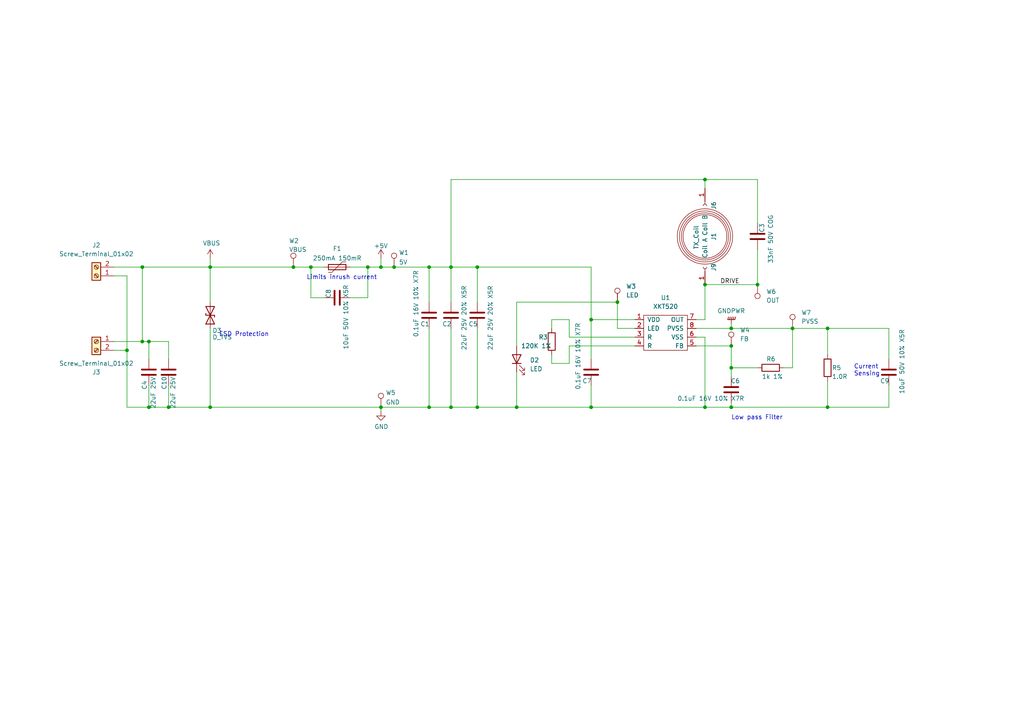
<source format=kicad_sch>
(kicad_sch (version 20231120) (generator "eeschema") (generator_version "8.0")
  (paper "A4")
  (lib_symbols
    (symbol "Connector:Conn_01x01_Female" (pin_names (offset 1.016) hide)
      (property "Reference" "J" (at 0 2.54 0))
      (property "Value" "Conn_01x01_Female" (at 0 -2.54 0))
      (symbol "Conn_01x01_Female_1_1"
        (polyline (pts (xy -1.27 0) (xy -0.508 0)) (stroke (width 0.1524)))
        (arc (start 0 0.508) (mid -0.5058 0) (end 0 -0.508) (stroke (width 0.1524)))
        (pin passive line (at -5.08 0 0) (length 3.81) (name "Pin_1") (number "1"))
      )
    )
    (symbol "Connector:Screw_Terminal_01x02" (pin_names (offset 1.016) hide)
      (property "Reference" "J" (at 0 2.54 0))
      (property "Value" "Screw_Terminal_01x02" (at 0 -5.08 0))
      (symbol "Screw_Terminal_01x02_1_1"
        (rectangle (start -1.27 1.27) (end 1.27 -3.81) (stroke (width 0.254)) (fill (type background)))
        (circle (center 0 -2.54) (radius 0.635) (stroke (width 0.1524)))
        (polyline (pts (xy -0.5334 -2.2098) (xy 0.3302 -3.048)) (stroke (width 0.1524)))
        (polyline (pts (xy -0.5334 0.3302) (xy 0.3302 -0.508)) (stroke (width 0.1524)))
        (polyline (pts (xy -0.3556 -2.032) (xy 0.508 -2.8702)) (stroke (width 0.1524)))
        (polyline (pts (xy -0.3556 0.508) (xy 0.508 -0.3302)) (stroke (width 0.1524)))
        (circle (center 0 0) (radius 0.635) (stroke (width 0.1524)))
        (pin passive line (at -5.08 0 0) (length 3.81) (name "Pin_1") (number "1"))
        (pin passive line (at -5.08 -2.54 0) (length 3.81) (name "Pin_2") (number "2"))
      )
    )
    (symbol "Device:C" (pin_numbers hide) (pin_names (offset 0.254))
      (property "Reference" "C" (at 0.635 2.54 0))
      (property "Value" "C" (at 0.635 -2.54 0))
      (symbol "C_0_1"
        (polyline (pts (xy -2.032 -0.762) (xy 2.032 -0.762)) (stroke (width 0.508)))
        (polyline (pts (xy -2.032 0.762) (xy 2.032 0.762)) (stroke (width 0.508)))
      )
      (symbol "C_1_1"
        (pin passive line (at 0 3.81 270) (length 2.794) (name "~") (number "1"))
        (pin passive line (at 0 -3.81 90) (length 2.794) (name "~") (number "2"))
      )
    )
    (symbol "Device:D_TVS" (pin_numbers hide) (pin_names (offset 1.016) hide)
      (property "Reference" "D" (at 0 2.54 0))
      (property "Value" "D_TVS" (at 0 -2.54 0))
      (symbol "D_TVS_0_1"
        (polyline (pts (xy 1.27 0) (xy -1.27 0)))
        (polyline (pts (xy 0.508 1.27) (xy 0 1.27) (xy 0 -1.27) (xy -0.508 -1.27)) (stroke (width 0.254)))
        (polyline (pts (xy -2.54 1.27) (xy -2.54 -1.27) (xy 2.54 1.27) (xy 2.54 -1.27) (xy -2.54 1.27)) (stroke (width 0.254)))
      )
      (symbol "D_TVS_1_1"
        (pin passive line (at -3.81 0 0) (length 2.54) (name "A1") (number "1"))
        (pin passive line (at 3.81 0 180) (length 2.54) (name "A2") (number "2"))
      )
    )
    (symbol "Device:LED" (pin_numbers hide) (pin_names (offset 1.016) hide)
      (property "Reference" "D" (at 0 2.54 0))
      (property "Value" "LED" (at 0 -2.54 0))
      (symbol "LED_0_1"
        (polyline (pts (xy -1.27 -1.27) (xy -1.27 1.27)) (stroke (width 0.254)))
        (polyline (pts (xy -1.27 0) (xy 1.27 0)))
        (polyline (pts (xy 1.27 -1.27) (xy 1.27 1.27) (xy -1.27 0) (xy 1.27 -1.27)) (stroke (width 0.254)))
        (polyline (pts (xy -3.048 -0.762) (xy -4.572 -2.286) (xy -3.81 -2.286) (xy -4.572 -2.286) (xy -4.572 -1.524)))
        (polyline (pts (xy -1.778 -0.762) (xy -3.302 -2.286) (xy -2.54 -2.286) (xy -3.302 -2.286) (xy -3.302 -1.524)))
      )
      (symbol "LED_1_1"
        (pin passive line (at -3.81 0 0) (length 2.54) (name "K") (number "1"))
        (pin passive line (at 3.81 0 180) (length 2.54) (name "A") (number "2"))
      )
    )
    (symbol "Device:Polyfuse" (pin_numbers hide) (pin_names (offset 0))
      (property "Reference" "F" (at -2.54 0 90))
      (property "Value" "Polyfuse" (at 2.54 0 90))
      (symbol "Polyfuse_0_1"
        (rectangle (start -0.762 2.54) (end 0.762 -2.54) (stroke (width 0.254)))
        (polyline (pts (xy 0 2.54) (xy 0 -2.54)))
        (polyline (pts (xy -1.524 2.54) (xy -1.524 1.524) (xy 1.524 -1.524) (xy 1.524 -2.54)))
      )
      (symbol "Polyfuse_1_1"
        (pin passive line (at 0 3.81 270) (length 1.27) (name "~") (number "1"))
        (pin passive line (at 0 -3.81 90) (length 1.27) (name "~") (number "2"))
      )
    )
    (symbol "Device:R" (pin_numbers hide) (pin_names (offset 0))
      (property "Reference" "R" (at 2.032 0 90))
      (property "Value" "R" (at 0 0 90))
      (symbol "R_0_1"
        (rectangle (start -1.016 -2.54) (end 1.016 2.54) (stroke (width 0.254)))
      )
      (symbol "R_1_1"
        (pin passive line (at 0 3.81 270) (length 1.27) (name "~") (number "1"))
        (pin passive line (at 0 -3.81 90) (length 1.27) (name "~") (number "2"))
      )
    )
    (symbol "Pixels-dice:TEST_1P-conn" (pin_numbers hide) (pin_names (offset 0.762) hide)
      (property "Reference" "W" (at 0 6.858 0))
      (property "Value" "TEST_1P-conn" (at 0 5.08 0))
      (symbol "TEST_1P-conn_0_1"
        (circle (center 0 3.302) (radius 0.762))
      )
      (symbol "TEST_1P-conn_1_1"
        (pin passive line (at 0 0 90) (length 2.54) (name "1") (number "1"))
      )
    )
    (symbol "Pixels-dice:TX_Coil"
      (property "Reference" "J" (at 0 10.16 0))
      (property "Value" "TX_Coil" (at 0 -10.16 0))
      (symbol "TX_Coil_0_1"
        (circle (center 0 0) (radius 6.35))
        (circle (center 0 0) (radius 6.8392))
        (circle (center 0 0) (radius 7.4053))
        (circle (center 0 0) (radius 8.0322))
      )
    )
    (symbol "Pixels-dice:XKT520" (pin_names (offset 1.016))
      (property "Reference" "U" (at 0 6.35 0))
      (property "Value" "XKT520" (at 0 -6.35 0))
      (symbol "XKT520_0_1"
        (rectangle (start -6.35 5.08) (end 6.35 -5.08))
      )
      (symbol "XKT520_1_1"
        (pin power_in line (at -8.89 3.81 0) (length 2.54) (name "VDD") (number "1"))
        (pin output line (at -8.89 1.27 0) (length 2.54) (name "LED") (number "2"))
        (pin passive line (at -8.89 -1.27 0) (length 2.54) (name "R") (number "3"))
        (pin passive line (at -8.89 -3.81 0) (length 2.54) (name "R") (number "4"))
        (pin input line (at 8.89 -3.81 180) (length 2.54) (name "FB") (number "5"))
        (pin power_in line (at 8.89 -1.27 180) (length 2.54) (name "VSS") (number "6"))
        (pin output line (at 8.89 3.81 180) (length 2.54) (name "OUT") (number "7"))
        (pin output line (at 8.89 1.27 180) (length 2.54) (name "PVSS") (number "8"))
      )
    )
    (symbol "power:+5V" (power) (pin_names (offset 0))
      (property "Value" "+5V" (at 0 3.556 0))
      (symbol "+5V_0_1"
        (polyline (pts (xy -0.762 1.27) (xy 0 2.54)))
        (polyline (pts (xy 0 0) (xy 0 2.54)))
        (polyline (pts (xy 0 2.54) (xy 0.762 1.27)))
      )
      (symbol "+5V_1_1"
        (pin power_in line (at 0 0 90) (length 0) hide (name "+5V") (number "1"))
      )
    )
    (symbol "power:GND" (power) (pin_names (offset 0))
      (property "Value" "GND" (at 0 -3.81 0))
      (symbol "GND_0_1"
        (polyline (pts (xy 0 0) (xy 0 -1.27) (xy 1.27 -1.27) (xy 0 -2.54) (xy -1.27 -1.27) (xy 0 -1.27)))
      )
      (symbol "GND_1_1"
        (pin power_in line (at 0 0 270) (length 0) hide (name "GND") (number "1"))
      )
    )
    (symbol "power:GNDPWR" (power) (pin_names (offset 0))
      (property "Value" "GNDPWR" (at 0 -3.302 0))
      (symbol "GNDPWR_0_1"
        (polyline (pts (xy 0 -1.27) (xy 0 0)))
        (polyline (pts (xy -1.016 -1.27) (xy -1.27 -2.032) (xy -1.27 -2.032)) (stroke (width 0.2032)))
        (polyline (pts (xy -0.508 -1.27) (xy -0.762 -2.032) (xy -0.762 -2.032)) (stroke (width 0.2032)))
        (polyline (pts (xy 0 -1.27) (xy -0.254 -2.032) (xy -0.254 -2.032)) (stroke (width 0.2032)))
        (polyline (pts (xy 0.508 -1.27) (xy 0.254 -2.032) (xy 0.254 -2.032)) (stroke (width 0.2032)))
        (polyline (pts (xy 1.016 -1.27) (xy -1.016 -1.27) (xy -1.016 -1.27)) (stroke (width 0.2032)))
        (polyline (pts (xy 1.016 -1.27) (xy 0.762 -2.032) (xy 0.762 -2.032) (xy 0.762 -2.032)) (stroke (width 0.2032)))
      )
      (symbol "GNDPWR_1_1"
        (pin power_in line (at 0 0 270) (length 0) hide (name "GNDPWR") (number "1"))
      )
    )
    (symbol "power:VBUS" (power) (pin_names (offset 0))
      (property "Value" "VBUS" (at 0 3.81 0))
      (symbol "VBUS_0_1"
        (polyline (pts (xy -0.762 1.27) (xy 0 2.54)))
        (polyline (pts (xy 0 0) (xy 0 2.54)))
        (polyline (pts (xy 0 2.54) (xy 0.762 1.27)))
      )
      (symbol "VBUS_1_1"
        (pin power_in line (at 0 0 90) (length 0) hide (name "VBUS") (number "1"))
      )
    )
  )
  (junction (at 171.45 92.71))
  (junction (at 60.96 118.11))
  (junction (at 106.68 77.47))
  (junction (at 204.47 52.07))
  (junction (at 110.49 77.47))
  (junction (at 171.45 118.11))
  (junction (at 130.81 77.47))
  (junction (at 212.09 100.33))
  (junction (at 138.43 77.47))
  (junction (at 219.71 82.55))
  (junction (at 130.81 118.11))
  (junction (at 110.49 118.11))
  (junction (at 124.46 118.11))
  (junction (at 212.09 106.68))
  (junction (at 149.86 118.11))
  (junction (at 43.18 99.06))
  (junction (at 90.17 77.47))
  (junction (at 240.03 95.25))
  (junction (at 60.96 77.47))
  (junction (at 41.275 77.47))
  (junction (at 36.83 101.6))
  (junction (at 114.3 77.47))
  (junction (at 48.895 118.11))
  (junction (at 138.43 118.11))
  (junction (at 179.07 87.63))
  (junction (at 212.09 118.11))
  (junction (at 204.47 82.55))
  (junction (at 124.46 77.47))
  (junction (at 229.87 95.25))
  (junction (at 240.03 118.11))
  (junction (at 212.09 95.25))
  (junction (at 43.18 118.11))
  (junction (at 41.275 99.06))
  (junction (at 204.47 118.11))
  (junction (at 85.09 77.47))
  (wire (pts (xy 165.1 92.71) (xy 160.02 92.71)))
  (wire (pts (xy 227.33 106.68) (xy 229.87 106.68)))
  (wire (pts (xy 212.09 93.98) (xy 212.09 95.25)))
  (wire (pts (xy 165.1 105.41) (xy 160.02 105.41)))
  (wire (pts (xy 204.47 54.61) (xy 204.47 52.07)))
  (wire (pts (xy 219.71 82.55) (xy 204.47 82.55)))
  (wire (pts (xy 33.02 77.47) (xy 41.275 77.47)))
  (wire (pts (xy 212.09 106.68) (xy 212.09 109.22)))
  (wire (pts (xy 43.18 111.76) (xy 43.18 118.11)))
  (wire (pts (xy 240.03 95.25) (xy 257.81 95.25)))
  (wire (pts (xy 43.18 118.11) (xy 48.895 118.11)))
  (wire (pts (xy 204.47 92.71) (xy 201.93 92.71)))
  (wire (pts (xy 212.09 95.25) (xy 229.87 95.25)))
  (wire (pts (xy 212.09 106.68) (xy 219.71 106.68)))
  (wire (pts (xy 165.1 92.71) (xy 165.1 97.79)))
  (wire (pts (xy 201.93 100.33) (xy 212.09 100.33)))
  (wire (pts (xy 179.07 95.25) (xy 179.07 87.63)))
  (wire (pts (xy 90.17 86.36) (xy 90.17 77.47)))
  (wire (pts (xy 33.02 80.01) (xy 36.83 80.01)))
  (wire (pts (xy 41.275 99.06) (xy 43.18 99.06)))
  (wire (pts (xy 149.86 118.11) (xy 171.45 118.11)))
  (wire (pts (xy 33.02 99.06) (xy 41.275 99.06)))
  (wire (pts (xy 257.81 118.11) (xy 240.03 118.11)))
  (wire (pts (xy 130.81 77.47) (xy 138.43 77.47)))
  (wire (pts (xy 48.895 118.11) (xy 60.96 118.11)))
  (wire (pts (xy 138.43 77.47) (xy 171.45 77.47)))
  (wire (pts (xy 219.71 72.39) (xy 219.71 82.55)))
  (wire (pts (xy 219.71 52.07) (xy 204.47 52.07)))
  (wire (pts (xy 110.49 118.11) (xy 110.49 119.38)))
  (wire (pts (xy 110.49 118.11) (xy 124.46 118.11)))
  (wire (pts (xy 165.1 105.41) (xy 165.1 100.33)))
  (wire (pts (xy 219.71 52.07) (xy 219.71 64.77)))
  (wire (pts (xy 60.96 95.25) (xy 60.96 118.11)))
  (wire (pts (xy 60.96 74.93) (xy 60.96 77.47)))
  (wire (pts (xy 60.96 77.47) (xy 60.96 87.63)))
  (wire (pts (xy 130.81 77.47) (xy 130.81 87.63)))
  (wire (pts (xy 138.43 118.11) (xy 149.86 118.11)))
  (wire (pts (xy 257.81 111.76) (xy 257.81 118.11)))
  (wire (pts (xy 43.18 99.06) (xy 43.18 104.14)))
  (wire (pts (xy 229.87 95.25) (xy 240.03 95.25)))
  (wire (pts (xy 204.47 97.79) (xy 204.47 118.11)))
  (wire (pts (xy 101.6 86.36) (xy 106.68 86.36)))
  (wire (pts (xy 130.81 52.07) (xy 130.81 77.47)))
  (wire (pts (xy 85.09 77.47) (xy 90.17 77.47)))
  (wire (pts (xy 106.68 86.36) (xy 106.68 77.47)))
  (wire (pts (xy 204.47 82.55) (xy 204.47 92.71)))
  (wire (pts (xy 36.83 80.01) (xy 36.83 101.6)))
  (wire (pts (xy 240.03 118.11) (xy 212.09 118.11)))
  (wire (pts (xy 60.96 118.11) (xy 110.49 118.11)))
  (wire (pts (xy 171.45 92.71) (xy 171.45 104.14)))
  (wire (pts (xy 48.895 111.76) (xy 48.895 118.11)))
  (wire (pts (xy 48.895 99.06) (xy 48.895 104.14)))
  (wire (pts (xy 212.09 106.68) (xy 212.09 100.33)))
  (wire (pts (xy 179.07 95.25) (xy 184.15 95.25)))
  (wire (pts (xy 106.68 77.47) (xy 110.49 77.47)))
  (wire (pts (xy 124.46 95.25) (xy 124.46 118.11)))
  (wire (pts (xy 90.17 77.47) (xy 93.98 77.47)))
  (wire (pts (xy 138.43 95.25) (xy 138.43 118.11)))
  (wire (pts (xy 124.46 77.47) (xy 130.81 77.47)))
  (wire (pts (xy 171.45 77.47) (xy 171.45 92.71)))
  (wire (pts (xy 130.81 52.07) (xy 204.47 52.07)))
  (wire (pts (xy 130.81 95.25) (xy 130.81 118.11)))
  (wire (pts (xy 229.87 106.68) (xy 229.87 95.25)))
  (wire (pts (xy 149.86 107.95) (xy 149.86 118.11)))
  (wire (pts (xy 160.02 105.41) (xy 160.02 102.87)))
  (wire (pts (xy 110.49 74.93) (xy 110.49 77.47)))
  (wire (pts (xy 171.45 92.71) (xy 184.15 92.71)))
  (wire (pts (xy 171.45 111.76) (xy 171.45 118.11)))
  (wire (pts (xy 160.02 92.71) (xy 160.02 95.25)))
  (wire (pts (xy 138.43 77.47) (xy 138.43 87.63)))
  (wire (pts (xy 149.86 87.63) (xy 149.86 100.33)))
  (wire (pts (xy 240.03 95.25) (xy 240.03 102.87)))
  (wire (pts (xy 114.3 77.47) (xy 124.46 77.47)))
  (wire (pts (xy 33.02 101.6) (xy 36.83 101.6)))
  (wire (pts (xy 101.6 77.47) (xy 106.68 77.47)))
  (wire (pts (xy 165.1 100.33) (xy 184.15 100.33)))
  (wire (pts (xy 201.93 95.25) (xy 212.09 95.25)))
  (wire (pts (xy 240.03 110.49) (xy 240.03 118.11)))
  (wire (pts (xy 257.81 95.25) (xy 257.81 104.14)))
  (wire (pts (xy 130.81 118.11) (xy 138.43 118.11)))
  (wire (pts (xy 43.18 99.06) (xy 48.895 99.06)))
  (wire (pts (xy 110.49 77.47) (xy 114.3 77.47)))
  (wire (pts (xy 41.275 77.47) (xy 60.96 77.47)))
  (wire (pts (xy 124.46 87.63) (xy 124.46 77.47)))
  (wire (pts (xy 204.47 97.79) (xy 201.93 97.79)))
  (wire (pts (xy 36.83 101.6) (xy 36.83 118.11)))
  (wire (pts (xy 204.47 118.11) (xy 212.09 118.11)))
  (wire (pts (xy 149.86 87.63) (xy 179.07 87.63)))
  (wire (pts (xy 212.09 116.84) (xy 212.09 118.11)))
  (wire (pts (xy 41.275 99.06) (xy 41.275 77.47)))
  (wire (pts (xy 60.96 77.47) (xy 85.09 77.47)))
  (wire (pts (xy 36.83 118.11) (xy 43.18 118.11)))
  (wire (pts (xy 171.45 118.11) (xy 204.47 118.11)))
  (wire (pts (xy 165.1 97.79) (xy 184.15 97.79)))
  (wire (pts (xy 124.46 118.11) (xy 130.81 118.11)))
  (wire (pts (xy 93.98 86.36) (xy 90.17 86.36)))
  (text "ESD Protection" (at 63.5 97.79 0) (effects (font (size 1.27 1.27)) (justify left bottom)))
  (text "Current\nSensing" (at 247.65 109.22 0) (effects (font (size 1.27 1.27)) (justify left bottom)))
  (text "Low pass Filter" (at 212.09 121.92 0) (effects (font (size 1.27 1.27)) (justify left bottom)))
  (text "Limits inrush current" (at 88.9 81.28 0) (effects (font (size 1.27 1.27)) (justify left bottom)))
  (label "DRIVE" (at 208.915 82.55 0))
  (symbol (lib_id "Device:C") (at 130.81 91.44 0) (unit 1)
    (property "Reference" "C2" (at 128.27 93.98 0) (effects (justify left)))
    (property "Value" "22uF 25V 20% X5R" (at 134.62 101.6 90) (effects (justify left)))
    (property "Footprint" "Capacitor_SMD:C_0805_2012Metric" (effects (hide yes)))
    (property "LCSC Part Number" "C86816" (effects (hide yes)))
    (property "Part Number" "GRM21BR61E226ME44L" (effects (hide yes)))
    (property "Manufacturer" "Murata" (effects (hide yes)))
  )
  (symbol (lib_id "Device:C") (at 124.46 91.44 0) (unit 1)
    (property "Reference" "C1" (at 121.92 93.98 0) (effects (justify left)))
    (property "Value" "0.1uF 16V 10% X7R" (at 120.65 97.79 90) (effects (justify left)))
    (property "Footprint" "Capacitor_SMD:C_0603_1608Metric" (effects (hide yes)))
    (property "LCSC Part Number" "C66501" (effects (hide yes)))
    (property "Part Number" "CL10B104KO8NNNC" (effects (hide yes)))
    (property "Manufacturer" "Samsung Electro-Mechanics" (effects (hide yes)))
  )
  (symbol (lib_id "Connector:Conn_01x01_Female") (at 204.47 77.47 270) (mirror x) (unit 1)
    (property "Reference" "J9" (at 207.01 78.74 0) (effects (justify left)))
    (property "Value" "Coil A" (at 204.47 74.93 0) (effects (justify left)))
    (property "Footprint" "Pixels-dice:TestPoint_Pad_D2.0mm_V1.1" (effects (hide yes)))
  )
  (symbol (lib_id "Connector:Conn_01x01_Female") (at 204.47 59.69 90) (mirror x) (unit 1)
    (property "Reference" "J6" (at 207.01 58.42 0) (effects (justify left)))
    (property "Value" "Coil B" (at 204.47 62.23 0) (effects (justify left)))
    (property "Footprint" "Pixels-dice:TestPoint_Pad_D2.0mm_V1.1" (effects (hide yes)))
  )
  (symbol (lib_id "power:VBUS") (at 60.96 74.93 0) (unit 1)
    (property "Reference" "#PWR01" (effects (hide yes)))
    (property "Value" "VBUS" (at 61.341 70.5358 0))
  )
  (symbol (lib_id "Connector:Screw_Terminal_01x02") (at 27.94 99.06 0) (mirror y) (unit 1)
    (property "Reference" "J3" (at 27.94 107.95 0))
    (property "Value" "Screw_Terminal_01x02" (at 27.94 105.41 0))
    (property "Footprint" "Pixels-dice:DB125-3.81-2P-GN-S" (effects (hide yes)))
    (property "Manufacturer" "DORABO" (effects (hide yes)))
    (property "Manufacturer Part Number" "DB125-3.81-2P-GN-S" (effects (hide yes)))
    (property "LCSC Part Number" "C395878" (effects (hide yes)))
  )
  (symbol (lib_id "Pixels-dice:TEST_1P-conn") (at 85.09 77.47 0) (unit 1)
    (property "Reference" "W2" (at 83.82 69.85 0) (effects (justify left)))
    (property "Value" "VBUS" (at 83.82 72.39 0) (effects (justify left)))
    (property "Footprint" "Pixels-dice:TEST_PIN1.5MM" (effects (hide yes)))
  )
  (symbol (lib_id "Pixels-dice:TEST_1P-conn") (at 229.87 95.25 0) (unit 1)
    (property "Reference" "W7" (at 232.41 90.6779 0) (effects (justify left)))
    (property "Value" "PVSS" (at 232.41 93.2179 0) (effects (justify left)))
    (property "Footprint" "Pixels-dice:TEST_PIN1.5MM" (effects (hide yes)))
  )
  (symbol (lib_id "Pixels-dice:TEST_1P-conn") (at 212.09 100.33 0) (unit 1)
    (property "Reference" "W4" (at 214.63 95.7579 0) (effects (justify left)))
    (property "Value" "FB" (at 214.63 98.2979 0) (effects (justify left)))
    (property "Footprint" "Pixels-dice:TEST_PIN1.5MM" (effects (hide yes)))
  )
  (symbol (lib_id "Device:LED") (at 149.86 104.14 90) (unit 1)
    (property "Reference" "D2" (at 153.67 104.4574 90) (effects (justify right)))
    (property "Value" "LED" (at 153.67 106.9974 90) (effects (justify right)))
    (property "Footprint" "LED_SMD:LED_0603_1608Metric" (effects (hide yes)))
    (property "LCSC Part Number" "C125099" (effects (hide yes)))
    (property "Manufacturer" "Lite-On" (effects (hide yes)))
    (property "Part Number" "LTST-C191KRKT" (effects (hide yes)))
  )
  (symbol (lib_id "Device:C") (at 219.71 68.58 0) (mirror x) (unit 1)
    (property "Reference" "C3" (at 220.98 64.77 90) (effects (justify left)))
    (property "Value" "33nF 50V COG" (at 223.52 62.23 90) (effects (justify left)))
    (property "Footprint" "Capacitor_SMD:C_1206_3216Metric" (effects (hide yes)))
    (property "Part Number" "GRM3195C1H333JA01J" (effects (hide yes)))
    (property "Manufacturer" "Murata" (effects (hide yes)))
  )
  (symbol (lib_id "Connector:Screw_Terminal_01x02") (at 27.94 80.01 180) (unit 1)
    (property "Reference" "J2" (at 27.94 71.12 0))
    (property "Value" "Screw_Terminal_01x02" (at 27.94 73.66 0))
    (property "Footprint" "Pixels-dice:DB125-3.81-2P-GN-S" (effects (hide yes)))
    (property "Manufacturer" "DORABO" (effects (hide yes)))
    (property "Manufacturer Part Number" "DB125-3.81-2P-GN-S" (effects (hide yes)))
    (property "LCSC Part Number" "C395878" (effects (hide yes)))
  )
  (symbol (lib_id "Device:C") (at 257.81 107.95 0) (unit 1)
    (property "Reference" "C9" (at 255.27 110.49 0) (effects (justify left)))
    (property "Value" "10uF 50V 10% X5R" (at 261.62 114.3 90) (effects (justify left)))
    (property "Footprint" "Capacitor_SMD:C_0805_2012Metric" (effects (hide yes)))
    (property "Part Number" "GRM21BR61H106KE43L" (effects (hide yes)))
  )
  (symbol (lib_id "power:GNDPWR") (at 212.09 93.98 180) (unit 1)
    (property "Reference" "#PWR02" (effects (hide yes)))
    (property "Value" "GNDPWR" (at 212.09 90.17 0))
  )
  (symbol (lib_id "Pixels-dice:TEST_1P-conn") (at 110.49 118.11 0) (unit 1)
    (property "Reference" "W5" (at 111.887 113.8995 0) (effects (justify left)))
    (property "Value" "GND" (at 111.887 116.6746 0) (effects (justify left)))
    (property "Footprint" "Pixels-dice:TEST_PIN1.5MM" (effects (hide yes)))
  )
  (symbol (lib_id "power:GND") (at 110.49 119.38 0) (unit 1)
    (property "Reference" "#PWR03" (effects (hide yes)))
    (property "Value" "GND" (at 110.617 123.7742 0))
  )
  (symbol (lib_id "Device:D_TVS") (at 60.96 91.44 90) (unit 1)
    (property "Reference" "D3" (at 61.595 95.885 90) (effects (justify right)))
    (property "Value" "D_TVS" (at 61.595 97.79 90) (effects (justify right)))
    (property "Footprint" "Diode_SMD:D_SMA" (effects (hide yes)))
    (property "Manufacturer" "Littelfuse" (effects (hide yes)))
    (property "Manufacturer Part Number" "SMAJ16CA" (effects (hide yes)))
    (property "LCSC Part Number" "C148217" (effects (hide yes)))
  )
  (symbol (lib_id "Device:C") (at 48.895 107.95 0) (unit 1)
    (property "Reference" "C10" (at 47.625 113.03 90) (effects (justify left)))
    (property "Value" "22uF 25V" (at 50.165 109.22 90) (effects (justify right)))
    (property "Footprint" "Capacitor_SMD:C_1210_3225Metric" (effects (hide yes)))
    (property "Manufacturer" "Samsung" (effects (hide yes)))
    (property "Manufacturer Part Number" "CL31A226KAHNNNE" (effects (hide yes)))
    (property "Generic OK" "YES" (effects (hide yes)))
    (property "LCSC Part Number" "C12891" (effects (hide yes)))
  )
  (symbol (lib_id "Pixels-dice:TEST_1P-conn") (at 114.3 77.47 0) (unit 1)
    (property "Reference" "W1" (at 115.697 73.2595 0) (effects (justify left)))
    (property "Value" "5V" (at 115.697 76.0346 0) (effects (justify left)))
    (property "Footprint" "Pixels-dice:TEST_PIN1.5MM" (effects (hide yes)))
  )
  (symbol (lib_id "Device:C") (at 43.18 107.95 0) (unit 1)
    (property "Reference" "C4" (at 41.91 113.03 90) (effects (justify left)))
    (property "Value" "22uF 25V" (at 44.45 109.22 90) (effects (justify right)))
    (property "Footprint" "Capacitor_SMD:C_1210_3225Metric" (effects (hide yes)))
    (property "Manufacturer" "Samsung" (effects (hide yes)))
    (property "Manufacturer Part Number" "CL31A226KAHNNNE" (effects (hide yes)))
    (property "Generic OK" "YES" (effects (hide yes)))
    (property "LCSC Part Number" "C12891" (effects (hide yes)))
  )
  (symbol (lib_id "Device:C") (at 97.79 86.36 270) (unit 1)
    (property "Reference" "C8" (at 95.25 83.82 0) (effects (justify left)))
    (property "Value" "10uF 50V 10% X5R" (at 100.33 82.55 0) (effects (justify left)))
    (property "Footprint" "Capacitor_SMD:C_0805_2012Metric" (effects (hide yes)))
    (property "LCSC Part Number" "C440198" (effects (hide yes)))
    (property "Part Number" "GRM21BR61H106KE43L" (effects (hide yes)))
    (property "Manufacturer" "Murata" (effects (hide yes)))
  )
  (symbol (lib_id "Pixels-dice:TEST_1P-conn") (at 219.71 82.55 180) (unit 1)
    (property "Reference" "W6" (at 222.25 84.5819 0) (effects (justify right)))
    (property "Value" "OUT" (at 222.25 87.1219 0) (effects (justify right)))
    (property "Footprint" "Pixels-dice:TEST_PIN1.5MM" (effects (hide yes)))
  )
  (symbol (lib_id "Device:R") (at 223.52 106.68 90) (unit 1)
    (property "Reference" "R6" (at 222.25 104.14 90) (effects (justify right)))
    (property "Value" "1k 1%" (at 220.98 109.22 90) (effects (justify right)))
    (property "Footprint" "Resistor_SMD:R_0402_1005Metric" (effects (hide yes)))
    (property "LCSC Part Number" "C11702" (effects (hide yes)))
    (property "Part Number" "0402WGF1001TCE" (effects (hide yes)))
    (property "Manufacturer" "UNI-ROYAL(Uniroyal Elec)" (effects (hide yes)))
  )
  (symbol (lib_id "Device:C") (at 212.09 113.03 180) (unit 1)
    (property "Reference" "C6" (at 214.63 110.49 0) (effects (justify left)))
    (property "Value" "0.1uF 16V 10% X7R" (at 215.9 115.57 0) (effects (justify left)))
    (property "Footprint" "Capacitor_SMD:C_0603_1608Metric" (effects (hide yes)))
    (property "LCSC Part Number" "C66501" (effects (hide yes)))
    (property "Part Number" "CL10B104KO8NNNC" (effects (hide yes)))
    (property "Manufacturer" "Samsung Electro-Mechanics" (effects (hide yes)))
  )
  (symbol (lib_id "Pixels-dice:XKT520") (at 193.04 96.52 0) (unit 1)
    (property "Reference" "U1" (at 193.04 86.36 0))
    (property "Value" "XKT520" (at 193.04 88.9 0))
    (property "Footprint" "Pixels-dice:SOIC-8_3.9x4.9mm_P1.27mm" (effects (hide yes)))
  )
  (symbol (lib_id "Pixels-dice:TEST_1P-conn") (at 179.07 87.63 0) (unit 1)
    (property "Reference" "W3" (at 181.61 83.0579 0) (effects (justify left)))
    (property "Value" "LED" (at 181.61 85.5979 0) (effects (justify left)))
    (property "Footprint" "Pixels-dice:TEST_PIN1.5MM" (effects (hide yes)))
  )
  (symbol (lib_id "Device:C") (at 138.43 91.44 0) (unit 1)
    (property "Reference" "C5" (at 135.89 93.98 0) (effects (justify left)))
    (property "Value" "22uF 25V 20% X5R" (at 142.24 101.6 90) (effects (justify left)))
    (property "Footprint" "Capacitor_SMD:C_0805_2012Metric" (effects (hide yes)))
    (property "LCSC Part Number" "C86816" (effects (hide yes)))
    (property "Part Number" "GRM21BR61E226ME44L" (effects (hide yes)))
    (property "Manufacturer" "Murata" (effects (hide yes)))
  )
  (symbol (lib_id "power:+5V") (at 110.49 74.93 0) (unit 1)
    (property "Reference" "#PWR04" (effects (hide yes)))
    (property "Value" "+5V" (at 110.49 71.3255 0))
  )
  (symbol (lib_id "Device:R") (at 160.02 99.06 180) (unit 1)
    (property "Reference" "R3" (at 156.21 97.79 0) (effects (justify right)))
    (property "Value" "120K 1%" (at 151.13 100.33 0) (effects (justify right)))
    (property "Footprint" "Resistor_SMD:R_0402_1005Metric" (effects (hide yes)))
    (property "LCSC Part Number" "C25750" (effects (hide yes)))
    (property "Part Number" "0402WGF1203TCE" (effects (hide yes)))
    (property "Manufacturer" "UNI-ROYAL(Uniroyal Elec)" (effects (hide yes)))
  )
  (symbol (lib_id "Pixels-dice:TX_Coil") (at 204.47 68.58 0) (unit 1)
    (property "Reference" "J1" (at 207.01 69.85 90) (effects (justify left)))
    (property "Value" "TX_Coil" (at 201.93 72.39 90) (effects (justify left)))
    (property "Footprint" "Pixels-dice:TX Coil" (effects (hide yes)))
    (property "Pixels Part Number" "THT-TXCOIL-1" (effects (hide yes)))
  )
  (symbol (lib_id "Device:R") (at 240.03 106.68 180) (unit 1)
    (property "Reference" "R5" (at 241.3 106.68 0) (effects (justify right)))
    (property "Value" "1.0R" (at 241.3 109.22 0) (effects (justify right)))
    (property "Footprint" "Resistor_SMD:R_1206_3216Metric" (effects (hide yes)))
    (property "Manufacturer" "YAGEO" (effects (hide yes)))
  )
  (symbol (lib_id "Device:C") (at 171.45 107.95 0) (unit 1)
    (property "Reference" "C7" (at 168.91 110.49 0) (effects (justify left)))
    (property "Value" "0.1uF 16V 10% X7R" (at 167.64 113.03 90) (effects (justify left)))
    (property "Footprint" "Capacitor_SMD:C_0603_1608Metric" (effects (hide yes)))
    (property "LCSC Part Number" "C66501" (effects (hide yes)))
    (property "Part Number" "CL10B104KO8NNNC" (effects (hide yes)))
    (property "Manufacturer" "Samsung Electro-Mechanics" (effects (hide yes)))
  )
  (symbol (lib_id "Device:Polyfuse") (at 97.79 77.47 90) (unit 1)
    (property "Reference" "F1" (at 97.79 72.1065 90))
    (property "Value" "250mA 150mR" (at 97.79 74.8816 90))
    (property "Footprint" "Fuse:Fuse_1206_3216Metric" (effects (hide yes)))
    (property "Manufacturer" "BHFUSE" (effects (hide yes)))
    (property "Part Number" "BSMD1206-025-33V" (effects (hide yes)))
    (property "LCSC Part Number" "C2977524" (effects (hide yes)))
  )
)
</source>
